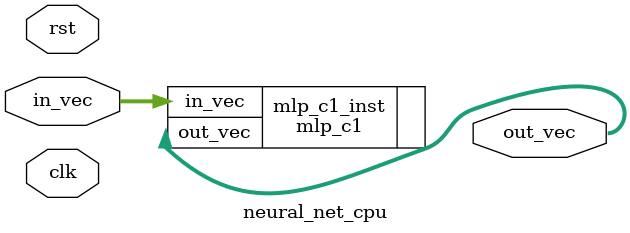
<source format=sv>

module neural_net_cpu(
  input clk,
  input rst,
  input signed [159:0] in_vec,
  output signed [31:0] out_vec
);


  mlp_c1 #(
    .WIDTH(16),
    .FRAC(8)
  ) mlp_c1_inst (
    .in_vec(in_vec),
    .out_vec(out_vec)
  );

endmodule

</source>
